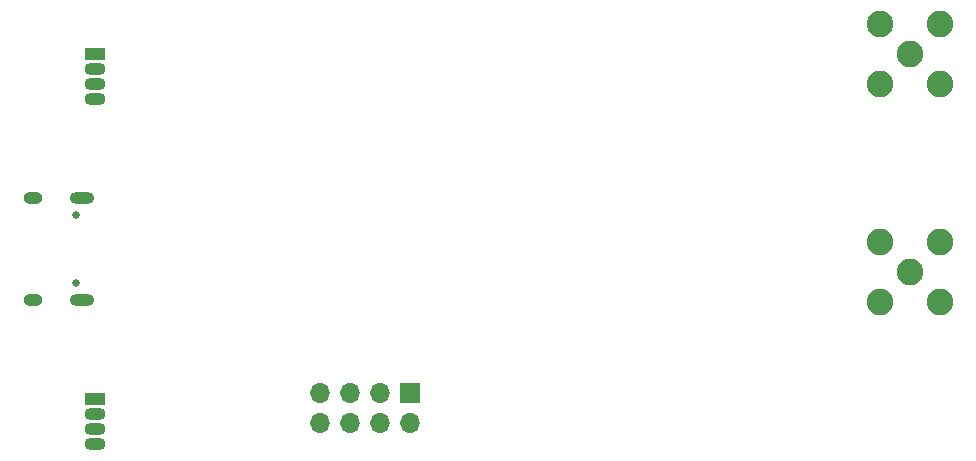
<source format=gbr>
G04 #@! TF.GenerationSoftware,KiCad,Pcbnew,5.1.8-db9833491~87~ubuntu20.04.1*
G04 #@! TF.CreationDate,2020-11-19T09:14:22+01:00*
G04 #@! TF.ProjectId,garfield,67617266-6965-46c6-942e-6b696361645f,v1.0*
G04 #@! TF.SameCoordinates,Original*
G04 #@! TF.FileFunction,Soldermask,Bot*
G04 #@! TF.FilePolarity,Negative*
%FSLAX46Y46*%
G04 Gerber Fmt 4.6, Leading zero omitted, Abs format (unit mm)*
G04 Created by KiCad (PCBNEW 5.1.8-db9833491~87~ubuntu20.04.1) date 2020-11-19 09:14:22*
%MOMM*%
%LPD*%
G01*
G04 APERTURE LIST*
%ADD10O,1.800000X1.070000*%
%ADD11R,1.800000X1.070000*%
%ADD12R,1.700000X1.700000*%
%ADD13O,1.700000X1.700000*%
%ADD14C,2.250000*%
%ADD15O,2.100000X1.000000*%
%ADD16C,0.650000*%
%ADD17O,1.600000X1.000000*%
G04 APERTURE END LIST*
D10*
X127000000Y-100810000D03*
X127000000Y-99540000D03*
X127000000Y-98270000D03*
D11*
X127000000Y-97000000D03*
X127000000Y-126200000D03*
D10*
X127000000Y-127470000D03*
X127000000Y-128740000D03*
X127000000Y-130010000D03*
D12*
X153670000Y-125730000D03*
D13*
X153670000Y-128270000D03*
X151130000Y-125730000D03*
X151130000Y-128270000D03*
X148590000Y-125730000D03*
X148590000Y-128270000D03*
X146050000Y-125730000D03*
X146050000Y-128270000D03*
D14*
X196000000Y-97000000D03*
X193460000Y-99540000D03*
X198540000Y-99540000D03*
X198540000Y-94460000D03*
X193460000Y-94460000D03*
X193460000Y-112960000D03*
X198540000Y-112960000D03*
X198540000Y-118040000D03*
X193460000Y-118040000D03*
X196000000Y-115500000D03*
D15*
X125930000Y-117820000D03*
X125930000Y-109180000D03*
D16*
X125400000Y-110610000D03*
D17*
X121750000Y-109180000D03*
D16*
X125400000Y-116390000D03*
D17*
X121750000Y-117820000D03*
M02*

</source>
